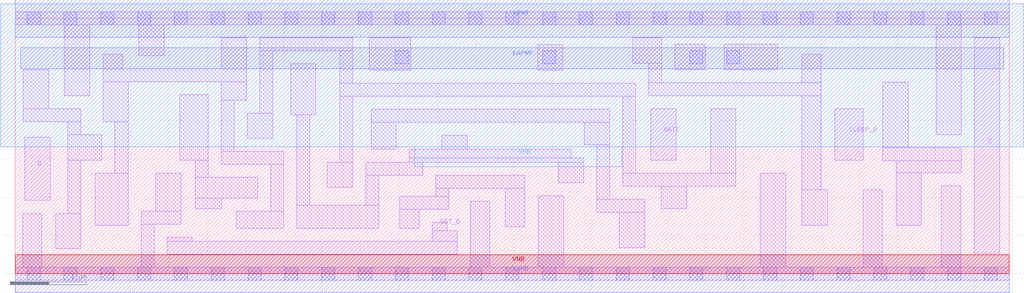
<source format=lef>
# Copyright 2020 The SkyWater PDK Authors
#
# Licensed under the Apache License, Version 2.0 (the "License");
# you may not use this file except in compliance with the License.
# You may obtain a copy of the License at
#
#     https://www.apache.org/licenses/LICENSE-2.0
#
# Unless required by applicable law or agreed to in writing, software
# distributed under the License is distributed on an "AS IS" BASIS,
# WITHOUT WARRANTIES OR CONDITIONS OF ANY KIND, either express or implied.
# See the License for the specific language governing permissions and
# limitations under the License.
#
# SPDX-License-Identifier: Apache-2.0

VERSION 5.7 ;
  NOWIREEXTENSIONATPIN ON ;
  DIVIDERCHAR "/" ;
  BUSBITCHARS "[]" ;
MACRO sky130_fd_sc_lp__srdlstp_1
  CLASS CORE ;
  FOREIGN sky130_fd_sc_lp__srdlstp_1 ;
  ORIGIN  0.000000  0.000000 ;
  SIZE  12.96000 BY  3.330000 ;
  SYMMETRY X Y R90 ;
  SITE unit ;
  PIN D
    ANTENNAGATEAREA  0.159000 ;
    DIRECTION INPUT ;
    USE SIGNAL ;
    PORT
      LAYER li1 ;
        RECT 0.125000 0.955000 0.455000 1.780000 ;
    END
  END D
  PIN Q
    ANTENNADIFFAREA  0.594300 ;
    DIRECTION OUTPUT ;
    USE SIGNAL ;
    PORT
      LAYER li1 ;
        RECT 12.505000 0.265000 12.835000 3.075000 ;
    END
  END Q
  PIN SET_B
    ANTENNAGATEAREA  0.409000 ;
    DIRECTION INPUT ;
    USE SIGNAL ;
    PORT
      LAYER li1 ;
        RECT 1.980000 0.255000 5.765000 0.425000 ;
        RECT 1.980000 0.425000 2.310000 0.475000 ;
        RECT 5.435000 0.425000 5.765000 0.560000 ;
        RECT 5.435000 0.560000 5.635000 0.670000 ;
    END
  END SET_B
  PIN SLEEP_B
    ANTENNAGATEAREA  0.598000 ;
    DIRECTION INPUT ;
    USE SIGNAL ;
    PORT
      LAYER li1 ;
        RECT 10.685000 1.480000 11.055000 2.150000 ;
    END
  END SLEEP_B
  PIN GATE
    ANTENNAGATEAREA  0.159000 ;
    DIRECTION INPUT ;
    USE CLOCK ;
    PORT
      LAYER li1 ;
        RECT 8.285000 1.480000 8.615000 2.150000 ;
    END
  END GATE
  PIN KAPWR
    DIRECTION INOUT ;
    USE POWER ;
    PORT
      LAYER met1 ;
        RECT 0.070000 2.675000 12.890000 2.945000 ;
    END
  END KAPWR
  PIN VGND
    DIRECTION INOUT ;
    USE GROUND ;
    PORT
      LAYER met1 ;
        RECT 0.000000 -0.245000 12.960000 0.245000 ;
    END
  END VGND
  PIN VNB
    DIRECTION INOUT ;
    USE GROUND ;
    PORT
      LAYER pwell ;
        RECT 0.000000 0.000000 12.960000 0.245000 ;
    END
  END VNB
  PIN VPB
    DIRECTION INOUT ;
    USE POWER ;
    PORT
      LAYER nwell ;
        RECT -0.190000 1.655000 13.150000 3.520000 ;
        RECT  5.210000 1.395000  7.910000 1.655000 ;
    END
  END VPB
  PIN VPWR
    DIRECTION INOUT ;
    USE POWER ;
    PORT
      LAYER met1 ;
        RECT 0.000000 3.085000 12.960000 3.575000 ;
    END
  END VPWR
  OBS
    LAYER li1 ;
      RECT  0.000000 -0.085000 12.960000 0.085000 ;
      RECT  0.000000  3.245000 12.960000 3.415000 ;
      RECT  0.095000  0.085000  0.345000 0.785000 ;
      RECT  0.105000  1.980000  0.855000 2.150000 ;
      RECT  0.105000  2.150000  0.435000 2.660000 ;
      RECT  0.525000  0.325000  0.855000 0.785000 ;
      RECT  0.640000  2.320000  0.970000 3.245000 ;
      RECT  0.685000  0.785000  0.855000 1.480000 ;
      RECT  0.685000  1.480000  1.130000 1.810000 ;
      RECT  0.685000  1.810000  0.855000 1.980000 ;
      RECT  1.045000  0.630000  1.470000 1.310000 ;
      RECT  1.150000  1.980000  1.470000 2.505000 ;
      RECT  1.150000  2.505000  3.015000 2.675000 ;
      RECT  1.150000  2.675000  1.400000 2.860000 ;
      RECT  1.300000  1.310000  1.470000 1.980000 ;
      RECT  1.610000  2.845000  1.940000 3.245000 ;
      RECT  1.640000  0.085000  1.810000 0.645000 ;
      RECT  1.640000  0.645000  2.165000 0.815000 ;
      RECT  1.835000  0.815000  2.165000 1.310000 ;
      RECT  2.145000  1.480000  2.515000 2.335000 ;
      RECT  2.345000  0.850000  2.690000 0.985000 ;
      RECT  2.345000  0.985000  3.160000 1.255000 ;
      RECT  2.345000  1.255000  2.515000 1.480000 ;
      RECT  2.685000  1.425000  3.500000 1.595000 ;
      RECT  2.685000  1.595000  2.855000 2.265000 ;
      RECT  2.685000  2.265000  3.015000 2.505000 ;
      RECT  2.685000  2.675000  3.015000 3.075000 ;
      RECT  2.880000  0.595000  3.500000 0.815000 ;
      RECT  3.025000  1.765000  3.355000 2.095000 ;
      RECT  3.185000  2.095000  3.355000 2.905000 ;
      RECT  3.185000  2.905000  4.400000 3.075000 ;
      RECT  3.330000  0.815000  3.500000 1.425000 ;
      RECT  3.590000  2.075000  3.920000 2.735000 ;
      RECT  3.670000  0.595000  4.740000 0.895000 ;
      RECT  3.670000  0.895000  3.840000 2.075000 ;
      RECT  4.070000  1.125000  4.400000 1.455000 ;
      RECT  4.230000  1.455000  4.400000 2.315000 ;
      RECT  4.230000  2.315000  8.090000 2.485000 ;
      RECT  4.230000  2.485000  4.400000 2.905000 ;
      RECT  4.570000  0.895000  4.740000 1.285000 ;
      RECT  4.570000  1.285000  5.310000 1.455000 ;
      RECT  4.615000  2.655000  5.155000 3.075000 ;
      RECT  4.640000  1.625000  4.970000 1.975000 ;
      RECT  4.640000  1.975000  7.750000 2.145000 ;
      RECT  5.015000  0.595000  5.265000 0.840000 ;
      RECT  5.015000  0.840000  5.650000 1.010000 ;
      RECT  5.140000  1.455000  7.410000 1.515000 ;
      RECT  5.140000  1.515000  7.250000 1.625000 ;
      RECT  5.480000  1.010000  5.650000 1.115000 ;
      RECT  5.480000  1.115000  6.640000 1.285000 ;
      RECT  5.560000  1.625000  5.890000 1.805000 ;
      RECT  5.935000  0.085000  6.185000 0.945000 ;
      RECT  6.390000  0.615000  6.640000 1.115000 ;
      RECT  6.810000  2.655000  7.140000 2.985000 ;
      RECT  6.820000  0.085000  7.150000 1.015000 ;
      RECT  7.080000  1.185000  7.410000 1.455000 ;
      RECT  7.420000  1.685000  7.750000 1.975000 ;
      RECT  7.580000  0.800000  8.205000 0.970000 ;
      RECT  7.580000  0.970000  7.750000 1.685000 ;
      RECT  7.875000  0.340000  8.205000 0.800000 ;
      RECT  7.920000  1.140000  9.395000 1.310000 ;
      RECT  7.920000  1.310000  8.090000 2.315000 ;
      RECT  8.050000  2.745000  8.430000 3.075000 ;
      RECT  8.260000  2.320000 10.505000 2.490000 ;
      RECT  8.260000  2.490000  8.430000 2.745000 ;
      RECT  8.425000  0.850000  8.755000 1.140000 ;
      RECT  8.600000  2.660000  8.995000 2.990000 ;
      RECT  9.065000  1.310000  9.395000 2.150000 ;
      RECT  9.245000  2.660000  9.940000 2.990000 ;
      RECT  9.715000  0.085000 10.045000 1.310000 ;
      RECT 10.255000  0.635000 10.595000 1.095000 ;
      RECT 10.255000  1.095000 10.505000 2.320000 ;
      RECT 10.255000  2.490000 10.505000 2.860000 ;
      RECT 11.055000  0.085000 11.305000 1.095000 ;
      RECT 11.310000  1.475000 12.335000 1.645000 ;
      RECT 11.310000  1.645000 11.640000 2.495000 ;
      RECT 11.485000  0.635000 11.815000 1.315000 ;
      RECT 11.485000  1.315000 12.335000 1.475000 ;
      RECT 12.005000  1.815000 12.335000 3.245000 ;
      RECT 12.075000  0.085000 12.325000 1.145000 ;
    LAYER mcon ;
      RECT  0.155000 -0.085000  0.325000 0.085000 ;
      RECT  0.155000  3.245000  0.325000 3.415000 ;
      RECT  0.635000 -0.085000  0.805000 0.085000 ;
      RECT  0.635000  3.245000  0.805000 3.415000 ;
      RECT  1.115000 -0.085000  1.285000 0.085000 ;
      RECT  1.115000  3.245000  1.285000 3.415000 ;
      RECT  1.595000 -0.085000  1.765000 0.085000 ;
      RECT  1.595000  3.245000  1.765000 3.415000 ;
      RECT  2.075000 -0.085000  2.245000 0.085000 ;
      RECT  2.075000  3.245000  2.245000 3.415000 ;
      RECT  2.555000 -0.085000  2.725000 0.085000 ;
      RECT  2.555000  3.245000  2.725000 3.415000 ;
      RECT  3.035000 -0.085000  3.205000 0.085000 ;
      RECT  3.035000  3.245000  3.205000 3.415000 ;
      RECT  3.515000 -0.085000  3.685000 0.085000 ;
      RECT  3.515000  3.245000  3.685000 3.415000 ;
      RECT  3.995000 -0.085000  4.165000 0.085000 ;
      RECT  3.995000  3.245000  4.165000 3.415000 ;
      RECT  4.475000 -0.085000  4.645000 0.085000 ;
      RECT  4.475000  3.245000  4.645000 3.415000 ;
      RECT  4.955000 -0.085000  5.125000 0.085000 ;
      RECT  4.955000  2.735000  5.125000 2.905000 ;
      RECT  4.955000  3.245000  5.125000 3.415000 ;
      RECT  5.435000 -0.085000  5.605000 0.085000 ;
      RECT  5.435000  3.245000  5.605000 3.415000 ;
      RECT  5.915000 -0.085000  6.085000 0.085000 ;
      RECT  5.915000  3.245000  6.085000 3.415000 ;
      RECT  6.395000 -0.085000  6.565000 0.085000 ;
      RECT  6.395000  3.245000  6.565000 3.415000 ;
      RECT  6.875000 -0.085000  7.045000 0.085000 ;
      RECT  6.875000  2.735000  7.045000 2.905000 ;
      RECT  6.875000  3.245000  7.045000 3.415000 ;
      RECT  7.355000 -0.085000  7.525000 0.085000 ;
      RECT  7.355000  3.245000  7.525000 3.415000 ;
      RECT  7.835000 -0.085000  8.005000 0.085000 ;
      RECT  7.835000  3.245000  8.005000 3.415000 ;
      RECT  8.315000 -0.085000  8.485000 0.085000 ;
      RECT  8.315000  3.245000  8.485000 3.415000 ;
      RECT  8.795000 -0.085000  8.965000 0.085000 ;
      RECT  8.795000  2.735000  8.965000 2.905000 ;
      RECT  8.795000  3.245000  8.965000 3.415000 ;
      RECT  9.275000 -0.085000  9.445000 0.085000 ;
      RECT  9.275000  2.735000  9.445000 2.905000 ;
      RECT  9.275000  3.245000  9.445000 3.415000 ;
      RECT  9.755000 -0.085000  9.925000 0.085000 ;
      RECT  9.755000  3.245000  9.925000 3.415000 ;
      RECT 10.235000 -0.085000 10.405000 0.085000 ;
      RECT 10.235000  3.245000 10.405000 3.415000 ;
      RECT 10.715000 -0.085000 10.885000 0.085000 ;
      RECT 10.715000  3.245000 10.885000 3.415000 ;
      RECT 11.195000 -0.085000 11.365000 0.085000 ;
      RECT 11.195000  3.245000 11.365000 3.415000 ;
      RECT 11.675000 -0.085000 11.845000 0.085000 ;
      RECT 11.675000  3.245000 11.845000 3.415000 ;
      RECT 12.155000 -0.085000 12.325000 0.085000 ;
      RECT 12.155000  3.245000 12.325000 3.415000 ;
      RECT 12.635000 -0.085000 12.805000 0.085000 ;
      RECT 12.635000  3.245000 12.805000 3.415000 ;
  END
END sky130_fd_sc_lp__srdlstp_1
END LIBRARY

</source>
